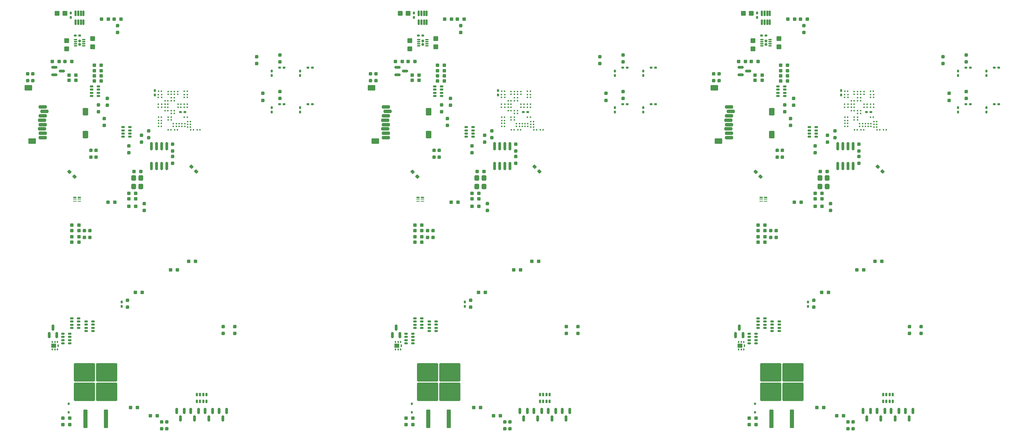
<source format=gbp>
%TF.GenerationSoftware,KiCad,Pcbnew,8.0.3*%
%TF.CreationDate,2024-06-20T22:05:58-07:00*%
%TF.ProjectId,squishy-main-panel,73717569-7368-4792-9d6d-61696e2d7061,2*%
%TF.SameCoordinates,PX102721c0PY8e19cec*%
%TF.FileFunction,Paste,Bot*%
%TF.FilePolarity,Positive*%
%FSLAX46Y46*%
G04 Gerber Fmt 4.6, Leading zero omitted, Abs format (unit mm)*
G04 Created by KiCad (PCBNEW 8.0.3) date 2024-06-20 22:05:58*
%MOMM*%
%LPD*%
G01*
G04 APERTURE LIST*
G04 Aperture macros list*
%AMRoundRect*
0 Rectangle with rounded corners*
0 $1 Rounding radius*
0 $2 $3 $4 $5 $6 $7 $8 $9 X,Y pos of 4 corners*
0 Add a 4 corners polygon primitive as box body*
4,1,4,$2,$3,$4,$5,$6,$7,$8,$9,$2,$3,0*
0 Add four circle primitives for the rounded corners*
1,1,$1+$1,$2,$3*
1,1,$1+$1,$4,$5*
1,1,$1+$1,$6,$7*
1,1,$1+$1,$8,$9*
0 Add four rect primitives between the rounded corners*
20,1,$1+$1,$2,$3,$4,$5,0*
20,1,$1+$1,$4,$5,$6,$7,0*
20,1,$1+$1,$6,$7,$8,$9,0*
20,1,$1+$1,$8,$9,$2,$3,0*%
G04 Aperture macros list end*
%ADD10C,0.500000*%
%ADD11RoundRect,0.200000X0.250000X0.200000X-0.250000X0.200000X-0.250000X-0.200000X0.250000X-0.200000X0*%
%ADD12RoundRect,0.079500X0.100500X-0.079500X0.100500X0.079500X-0.100500X0.079500X-0.100500X-0.079500X0*%
%ADD13RoundRect,0.200000X-0.318198X0.035355X0.035355X-0.318198X0.318198X-0.035355X-0.035355X0.318198X0*%
%ADD14RoundRect,0.200400X-0.399600X0.399600X-0.399600X-0.399600X0.399600X-0.399600X0.399600X0.399600X0*%
%ADD15RoundRect,0.200000X-0.250000X-0.200000X0.250000X-0.200000X0.250000X0.200000X-0.250000X0.200000X0*%
%ADD16RoundRect,0.200000X0.200000X-0.250000X0.200000X0.250000X-0.200000X0.250000X-0.200000X-0.250000X0*%
%ADD17RoundRect,0.125000X0.175000X0.125000X-0.175000X0.125000X-0.175000X-0.125000X0.175000X-0.125000X0*%
%ADD18RoundRect,0.200000X-0.200000X0.250000X-0.200000X-0.250000X0.200000X-0.250000X0.200000X0.250000X0*%
%ADD19RoundRect,0.079500X0.079500X0.100500X-0.079500X0.100500X-0.079500X-0.100500X0.079500X-0.100500X0*%
%ADD20RoundRect,0.150000X-0.587500X-0.150000X0.587500X-0.150000X0.587500X0.150000X-0.587500X0.150000X0*%
%ADD21RoundRect,0.150000X0.150000X-0.587500X0.150000X0.587500X-0.150000X0.587500X-0.150000X-0.587500X0*%
%ADD22RoundRect,0.125000X0.125000X-0.175000X0.125000X0.175000X-0.125000X0.175000X-0.125000X-0.175000X0*%
%ADD23RoundRect,0.079500X-0.100500X0.079500X-0.100500X-0.079500X0.100500X-0.079500X0.100500X0.079500X0*%
%ADD24RoundRect,0.150000X-0.150000X0.587500X-0.150000X-0.587500X0.150000X-0.587500X0.150000X0.587500X0*%
%ADD25RoundRect,0.087500X-0.087500X0.127500X-0.087500X-0.127500X0.087500X-0.127500X0.087500X0.127500X0*%
%ADD26RoundRect,0.250000X-0.375000X0.300000X-0.375000X-0.300000X0.375000X-0.300000X0.375000X0.300000X0*%
%ADD27RoundRect,0.087500X-0.087500X0.242500X-0.087500X-0.242500X0.087500X-0.242500X0.087500X0.242500X0*%
%ADD28RoundRect,0.150000X0.150000X-0.825000X0.150000X0.825000X-0.150000X0.825000X-0.150000X-0.825000X0*%
%ADD29RoundRect,0.112500X-0.112500X0.187500X-0.112500X-0.187500X0.112500X-0.187500X0.112500X0.187500X0*%
%ADD30RoundRect,0.125000X-0.125000X0.175000X-0.125000X-0.175000X0.125000X-0.175000X0.125000X0.175000X0*%
%ADD31RoundRect,0.079500X-0.079500X-0.100500X0.079500X-0.100500X0.079500X0.100500X-0.079500X0.100500X0*%
%ADD32RoundRect,0.125000X-0.325000X-0.125000X0.325000X-0.125000X0.325000X0.125000X-0.325000X0.125000X0*%
%ADD33RoundRect,0.062500X0.337500X-0.062500X0.337500X0.062500X-0.337500X0.062500X-0.337500X-0.062500X0*%
%ADD34RoundRect,0.087500X0.312500X-0.087500X0.312500X0.087500X-0.312500X0.087500X-0.312500X-0.087500X0*%
%ADD35RoundRect,0.200400X-0.399600X-0.399600X0.399600X-0.399600X0.399600X0.399600X-0.399600X0.399600X0*%
%ADD36RoundRect,0.200000X0.800000X-0.200000X0.800000X0.200000X-0.800000X0.200000X-0.800000X-0.200000X0*%
%ADD37RoundRect,0.250000X0.450000X-0.650000X0.450000X0.650000X-0.450000X0.650000X-0.450000X-0.650000X0*%
%ADD38RoundRect,0.250000X0.700000X-0.450000X0.700000X0.450000X-0.700000X0.450000X-0.700000X-0.450000X0*%
%ADD39RoundRect,0.075000X0.325000X0.075000X-0.325000X0.075000X-0.325000X-0.075000X0.325000X-0.075000X0*%
%ADD40RoundRect,0.112500X0.112500X-0.550000X0.112500X0.550000X-0.112500X0.550000X-0.112500X-0.550000X0*%
%ADD41RoundRect,0.125000X0.125000X-0.325000X0.125000X0.325000X-0.125000X0.325000X-0.125000X-0.325000X0*%
%ADD42RoundRect,0.250000X-0.350000X0.400000X-0.350000X-0.400000X0.350000X-0.400000X0.350000X0.400000X0*%
%ADD43RoundRect,0.250000X0.300000X-2.050000X0.300000X2.050000X-0.300000X2.050000X-0.300000X-2.050000X0*%
%ADD44RoundRect,0.250000X2.375000X-2.025000X2.375000X2.025000X-2.375000X2.025000X-2.375000X-2.025000X0*%
%ADD45RoundRect,0.125000X0.325000X0.125000X-0.325000X0.125000X-0.325000X-0.125000X0.325000X-0.125000X0*%
G04 APERTURE END LIST*
D10*
%TO.C,U19*%
X-60500000Y105127000D02*
X-60700000Y105127000D01*
X-60700000Y105302000D01*
X-60500000Y105302000D01*
X-60500000Y105127000D01*
G36*
X-60500000Y105127000D02*
G01*
X-60700000Y105127000D01*
X-60700000Y105302000D01*
X-60500000Y105302000D01*
X-60500000Y105127000D01*
G37*
X-60500000Y104302000D02*
X-60700000Y104302000D01*
X-60700000Y104477000D01*
X-60500000Y104477000D01*
X-60500000Y104302000D01*
G36*
X-60500000Y104302000D02*
G01*
X-60700000Y104302000D01*
X-60700000Y104477000D01*
X-60500000Y104477000D01*
X-60500000Y104302000D01*
G37*
X-145500000Y105127000D02*
X-145700000Y105127000D01*
X-145700000Y105302000D01*
X-145500000Y105302000D01*
X-145500000Y105127000D01*
G36*
X-145500000Y105127000D02*
G01*
X-145700000Y105127000D01*
X-145700000Y105302000D01*
X-145500000Y105302000D01*
X-145500000Y105127000D01*
G37*
X-145500000Y104302000D02*
X-145700000Y104302000D01*
X-145700000Y104477000D01*
X-145500000Y104477000D01*
X-145500000Y104302000D01*
G36*
X-145500000Y104302000D02*
G01*
X-145700000Y104302000D01*
X-145700000Y104477000D01*
X-145500000Y104477000D01*
X-145500000Y104302000D01*
G37*
X-230500000Y105127000D02*
X-230700000Y105127000D01*
X-230700000Y105302000D01*
X-230500000Y105302000D01*
X-230500000Y105127000D01*
G36*
X-230500000Y105127000D02*
G01*
X-230700000Y105127000D01*
X-230700000Y105302000D01*
X-230500000Y105302000D01*
X-230500000Y105127000D01*
G37*
X-230500000Y104302000D02*
X-230700000Y104302000D01*
X-230700000Y104477000D01*
X-230500000Y104477000D01*
X-230500000Y104302000D01*
G36*
X-230500000Y104302000D02*
G01*
X-230700000Y104302000D01*
X-230700000Y104477000D01*
X-230500000Y104477000D01*
X-230500000Y104302000D01*
G37*
%TD*%
D11*
%TO.C,C6*%
X-126350000Y12402000D03*
X-128050000Y12402000D03*
%TD*%
D12*
%TO.C,C106*%
X-123700000Y85657000D03*
X-123700000Y86347000D03*
%TD*%
D13*
%TO.C,C22*%
X-233101041Y72803041D03*
X-231898959Y71600959D03*
%TD*%
D14*
%TO.C,R53*%
X-148800000Y105302000D03*
X-148800000Y103302000D03*
%TD*%
D15*
%TO.C,C16*%
X-232500000Y56727000D03*
X-230800000Y56727000D03*
%TD*%
D16*
%TO.C,R32*%
X-125300000Y9152000D03*
X-125300000Y10852000D03*
%TD*%
D17*
%TO.C,C96*%
X-230600000Y106602000D03*
X-231700000Y106602000D03*
%TD*%
D12*
%TO.C,C105*%
X-37900000Y85657000D03*
X-37900000Y86347000D03*
%TD*%
D18*
%TO.C,C92*%
X-59400000Y58277001D03*
X-59400000Y56577001D03*
%TD*%
D12*
%TO.C,C84*%
X-36650000Y84057000D03*
X-36650000Y84747000D03*
%TD*%
D19*
%TO.C,C51*%
X-208755000Y89602000D03*
X-209445000Y89602000D03*
%TD*%
D18*
%TO.C,R41*%
X-157200000Y97152000D03*
X-157200000Y95452000D03*
%TD*%
D11*
%TO.C,R17*%
X-215100000Y42902000D03*
X-216800000Y42902000D03*
%TD*%
D20*
%TO.C,Q9*%
X-236837500Y96852000D03*
X-236837500Y98752000D03*
X-234962499Y97802000D03*
%TD*%
D18*
%TO.C,C80*%
X-73500000Y97152000D03*
X-73500000Y95452000D03*
%TD*%
D21*
%TO.C,Q8*%
X-151249999Y32364500D03*
X-153149999Y32364500D03*
X-152199999Y34239500D03*
%TD*%
D16*
%TO.C,R40*%
X-124000000Y9152000D03*
X-124000000Y10852000D03*
%TD*%
D18*
%TO.C,R68*%
X-101700000Y101352000D03*
X-101700000Y99652000D03*
%TD*%
D22*
%TO.C,C36*%
X-183000000Y87652000D03*
X-183000000Y88752000D03*
%TD*%
D23*
%TO.C,C74*%
X-33900000Y89547000D03*
X-33900000Y88857000D03*
%TD*%
D18*
%TO.C,R70*%
X-223700000Y91052000D03*
X-223700000Y89352000D03*
%TD*%
D15*
%TO.C,C91*%
X-147500000Y59627000D03*
X-145800000Y59627000D03*
%TD*%
%TO.C,C14*%
X-48400000Y64252000D03*
X-46700000Y64252000D03*
%TD*%
D17*
%TO.C,C2*%
X-94950000Y98602000D03*
X-96050000Y98602000D03*
%TD*%
D18*
%TO.C,C1*%
X-54500000Y86052000D03*
X-54500000Y84352000D03*
%TD*%
D12*
%TO.C,C52*%
X-37900000Y90457000D03*
X-37900000Y91147000D03*
%TD*%
D16*
%TO.C,R73*%
X-128500000Y81252000D03*
X-128500000Y82952000D03*
%TD*%
D12*
%TO.C,C76*%
X-37900000Y92057000D03*
X-37900000Y92747000D03*
%TD*%
D23*
%TO.C,C77*%
X-34700000Y89547000D03*
X-34700000Y88857000D03*
%TD*%
D16*
%TO.C,R40*%
X-209000000Y9152000D03*
X-209000000Y10852000D03*
%TD*%
D24*
%TO.C,Q4*%
X-114550000Y13539499D03*
X-112650000Y13539499D03*
X-113600000Y11664499D03*
%TD*%
D19*
%TO.C,C70*%
X-208755000Y88002000D03*
X-209445000Y88002000D03*
%TD*%
D12*
%TO.C,C69*%
X-122100000Y90457000D03*
X-122100000Y91147000D03*
%TD*%
D16*
%TO.C,R1*%
X-218400000Y77552000D03*
X-218400000Y79252000D03*
%TD*%
D20*
%TO.C,Q9*%
X-66837500Y96852000D03*
X-66837500Y98752000D03*
X-64962499Y97802000D03*
%TD*%
D22*
%TO.C,C64*%
X-126950000Y91852000D03*
X-126950000Y92952000D03*
%TD*%
D11*
%TO.C,C95*%
X-148050000Y10202000D03*
X-149750000Y10202000D03*
%TD*%
D15*
%TO.C,C49*%
X-147500000Y55377000D03*
X-145800000Y55377000D03*
%TD*%
%TO.C,C91*%
X-62500000Y59627000D03*
X-60800000Y59627000D03*
%TD*%
D18*
%TO.C,R67*%
X-96000000Y92752000D03*
X-96000000Y91052000D03*
%TD*%
D23*
%TO.C,C103*%
X-125300000Y91947000D03*
X-125300000Y91257000D03*
%TD*%
D25*
%TO.C,Q6*%
X-151700000Y30637001D03*
X-152350000Y30637001D03*
D26*
X-151985000Y29702001D03*
D25*
X-151700000Y28767001D03*
X-152350000Y28767001D03*
X-151050000Y30637001D03*
D27*
X-150925000Y29702001D03*
D25*
X-151050000Y28767001D03*
%TD*%
D24*
%TO.C,Q3*%
X-36550001Y13539500D03*
X-34650001Y13539500D03*
X-35600001Y11664500D03*
%TD*%
D23*
%TO.C,C65*%
X-207100000Y87947000D03*
X-207100000Y87257000D03*
%TD*%
D28*
%TO.C,U18*%
X-208995000Y74227000D03*
X-210265000Y74227000D03*
X-211535000Y74227000D03*
X-212805000Y74227000D03*
X-212805000Y79177000D03*
X-211535000Y79177000D03*
X-210265000Y79177000D03*
X-208995000Y79177000D03*
%TD*%
D21*
%TO.C,Q8*%
X-236249999Y32364500D03*
X-238149999Y32364500D03*
X-237199999Y34239500D03*
%TD*%
D15*
%TO.C,C49*%
X-62500000Y55377000D03*
X-60800000Y55377000D03*
%TD*%
D22*
%TO.C,R3*%
X-50200000Y39451999D03*
X-50200000Y40551999D03*
%TD*%
D29*
%TO.C,D13*%
X-233300000Y15352000D03*
X-233300000Y13252000D03*
%TD*%
D11*
%TO.C,R47*%
X-63050001Y11752001D03*
X-64750001Y11752001D03*
%TD*%
D17*
%TO.C,C35*%
X-172950000Y89602000D03*
X-174050000Y89602000D03*
%TD*%
D30*
%TO.C,C97*%
X-147800000Y112152000D03*
X-147800000Y111052000D03*
%TD*%
D31*
%TO.C,C109*%
X-118045000Y83202000D03*
X-117355000Y83202000D03*
%TD*%
D12*
%TO.C,C82*%
X-205250000Y84057000D03*
X-205250000Y84747000D03*
%TD*%
D11*
%TO.C,R43*%
X-121350000Y48502001D03*
X-123050000Y48502001D03*
%TD*%
D23*
%TO.C,C79*%
X-33900000Y91947000D03*
X-33900000Y91257000D03*
%TD*%
D12*
%TO.C,C75*%
X-206300000Y92057000D03*
X-206300000Y92747000D03*
%TD*%
D11*
%TO.C,C88*%
X-116850000Y50601999D03*
X-118550000Y50601999D03*
%TD*%
D23*
%TO.C,C74*%
X-118900000Y89547000D03*
X-118900000Y88857000D03*
%TD*%
D29*
%TO.C,D13*%
X-63300000Y15352000D03*
X-63300000Y13252000D03*
%TD*%
D23*
%TO.C,C77*%
X-204700000Y89547000D03*
X-204700000Y88857000D03*
%TD*%
D28*
%TO.C,U18*%
X-123995000Y74227000D03*
X-125265000Y74227000D03*
X-126535000Y74227000D03*
X-127805000Y74227000D03*
X-127805000Y79177000D03*
X-126535000Y79177000D03*
X-125265000Y79177000D03*
X-123995000Y79177000D03*
%TD*%
D18*
%TO.C,C20*%
X-142800000Y78152000D03*
X-142800000Y76452000D03*
%TD*%
D31*
%TO.C,C53*%
X-36245000Y89602000D03*
X-35555000Y89602000D03*
%TD*%
D18*
%TO.C,R28*%
X-55900000Y89452000D03*
X-55900000Y87752000D03*
%TD*%
D32*
%TO.C,R50*%
X-234750000Y30302000D03*
X-233050000Y30302000D03*
X-234750000Y31102000D03*
X-233050000Y31102000D03*
X-234750000Y31902000D03*
X-233050000Y31902000D03*
X-234750000Y32702000D03*
X-233050000Y32702000D03*
%TD*%
D12*
%TO.C,C81*%
X-204550000Y84057000D03*
X-204550000Y84747000D03*
%TD*%
D19*
%TO.C,C57*%
X-203155000Y85302000D03*
X-203845000Y85302000D03*
%TD*%
D33*
%TO.C,U7*%
X-146750000Y65502000D03*
X-146750000Y66002000D03*
D34*
X-146750000Y66502000D03*
X-145650000Y66502000D03*
D33*
X-145650000Y66002000D03*
X-145650000Y65502000D03*
%TD*%
D11*
%TO.C,C13*%
X-46700000Y66152000D03*
X-48400000Y66152000D03*
%TD*%
D35*
%TO.C,FB3*%
X-236200000Y112102000D03*
X-234200000Y112102000D03*
%TD*%
D15*
%TO.C,R63*%
X-63250000Y96802000D03*
X-61550000Y96802000D03*
%TD*%
D17*
%TO.C,C71*%
X-119550000Y87602000D03*
X-120650000Y87602000D03*
%TD*%
D15*
%TO.C,C16*%
X-62500000Y56727000D03*
X-60800000Y56727000D03*
%TD*%
D11*
%TO.C,R17*%
X-45100000Y42902000D03*
X-46800000Y42902000D03*
%TD*%
D24*
%TO.C,Q5*%
X-196050001Y13539498D03*
X-194150001Y13539498D03*
X-195100001Y11664498D03*
%TD*%
D22*
%TO.C,C4*%
X-13000000Y96652000D03*
X-13000000Y97752000D03*
%TD*%
D11*
%TO.C,R47*%
X-148050001Y11752001D03*
X-149750001Y11752001D03*
%TD*%
%TO.C,R10*%
X-131700000Y67502000D03*
X-133400000Y67502000D03*
%TD*%
D19*
%TO.C,C66*%
X-38755000Y88802000D03*
X-39445000Y88802000D03*
%TD*%
D17*
%TO.C,C96*%
X-60600000Y106602000D03*
X-61700000Y106602000D03*
%TD*%
D15*
%TO.C,C49*%
X-232500000Y55377000D03*
X-230800000Y55377000D03*
%TD*%
D31*
%TO.C,C63*%
X-204645000Y92802000D03*
X-203955000Y92802000D03*
%TD*%
D16*
%TO.C,R64*%
X-221200000Y107352000D03*
X-221200000Y109052000D03*
%TD*%
D24*
%TO.C,Q3*%
X-206550001Y13539500D03*
X-204650001Y13539500D03*
X-205600001Y11664500D03*
%TD*%
D12*
%TO.C,C76*%
X-122900000Y92057000D03*
X-122900000Y92747000D03*
%TD*%
D23*
%TO.C,C104*%
X-210300000Y89547000D03*
X-210300000Y88857000D03*
%TD*%
D31*
%TO.C,C109*%
X-33045000Y83202000D03*
X-32355000Y83202000D03*
%TD*%
D36*
%TO.C,J6*%
X-69725000Y88942000D03*
X-69325000Y87842000D03*
X-69725000Y86742000D03*
X-69925000Y85642000D03*
X-69725000Y84542000D03*
X-69925000Y83442000D03*
X-69725000Y82342000D03*
X-69725000Y81242000D03*
D37*
X-59175000Y82052000D03*
X-59175000Y87752000D03*
D38*
X-72325000Y80452000D03*
X-73325000Y93602000D03*
%TD*%
D25*
%TO.C,Q6*%
X-236700000Y30637001D03*
X-237350000Y30637001D03*
D26*
X-236985000Y29702001D03*
D25*
X-236700000Y28767001D03*
X-237350000Y28767001D03*
X-236050000Y30637001D03*
D27*
X-235925000Y29702001D03*
D25*
X-236050000Y28767001D03*
%TD*%
D11*
%TO.C,C88*%
X-201850000Y50601999D03*
X-203550000Y50601999D03*
%TD*%
D15*
%TO.C,C15*%
X-217150000Y72902000D03*
X-215450000Y72902000D03*
%TD*%
D11*
%TO.C,R43*%
X-36350000Y48502001D03*
X-38050000Y48502001D03*
%TD*%
D13*
%TO.C,C18*%
X-202901041Y74103041D03*
X-201698959Y72900959D03*
%TD*%
D19*
%TO.C,C108*%
X-115755000Y83202000D03*
X-116445000Y83202000D03*
%TD*%
D15*
%TO.C,R77*%
X-141950000Y95302000D03*
X-140250000Y95302000D03*
%TD*%
D16*
%TO.C,R73*%
X-43500000Y81252000D03*
X-43500000Y82952000D03*
%TD*%
D22*
%TO.C,C5*%
X-176000000Y96652001D03*
X-176000000Y97752001D03*
%TD*%
%TO.C,C64*%
X-41950000Y91852000D03*
X-41950000Y92952000D03*
%TD*%
D11*
%TO.C,C11*%
X-51850000Y65252001D03*
X-53550000Y65252001D03*
%TD*%
D15*
%TO.C,C93*%
X-232500000Y58277000D03*
X-230800000Y58277000D03*
%TD*%
D16*
%TO.C,R1*%
X-48400000Y77552000D03*
X-48400000Y79252000D03*
%TD*%
D39*
%TO.C,U19*%
X-59600000Y105552000D03*
X-59600000Y105052000D03*
X-59600000Y104552000D03*
X-59600000Y104052000D03*
X-61600000Y104052000D03*
X-61600000Y104552000D03*
X-61600000Y105052000D03*
X-61600000Y105552000D03*
%TD*%
D22*
%TO.C,C5*%
X-91000000Y96652001D03*
X-91000000Y97752001D03*
%TD*%
D18*
%TO.C,R67*%
X-181000000Y92752000D03*
X-181000000Y91052000D03*
%TD*%
D12*
%TO.C,C52*%
X-122900000Y90457000D03*
X-122900000Y91147000D03*
%TD*%
D36*
%TO.C,J6*%
X-239725000Y88942000D03*
X-239325000Y87842000D03*
X-239725000Y86742000D03*
X-239925000Y85642000D03*
X-239725000Y84542000D03*
X-239925000Y83442000D03*
X-239725000Y82342000D03*
X-239725000Y81242000D03*
D37*
X-229175000Y82052000D03*
X-229175000Y87752000D03*
D38*
X-242325000Y80452000D03*
X-243325000Y93602000D03*
%TD*%
D11*
%TO.C,C11*%
X-136850000Y65252001D03*
X-138550000Y65252001D03*
%TD*%
D15*
%TO.C,R51*%
X-149250000Y100202000D03*
X-147550000Y100202000D03*
%TD*%
%TO.C,R63*%
X-233250000Y96802000D03*
X-231550000Y96802000D03*
%TD*%
D35*
%TO.C,FB3*%
X-66200000Y112102000D03*
X-64200000Y112102000D03*
%TD*%
D15*
%TO.C,R61*%
X-152350000Y100202000D03*
X-150650000Y100202000D03*
%TD*%
D25*
%TO.C,Q6*%
X-66700000Y30637001D03*
X-67350000Y30637001D03*
D26*
X-66985000Y29702001D03*
D25*
X-66700000Y28767001D03*
X-67350000Y28767001D03*
X-66050000Y30637001D03*
D27*
X-65925000Y29702001D03*
D25*
X-66050000Y28767001D03*
%TD*%
D23*
%TO.C,C78*%
X-204700000Y91947000D03*
X-204700000Y91257000D03*
%TD*%
D11*
%TO.C,C6*%
X-41350000Y12402000D03*
X-43050000Y12402000D03*
%TD*%
D23*
%TO.C,C65*%
X-37100000Y87947000D03*
X-37100000Y87257000D03*
%TD*%
D22*
%TO.C,C37*%
X-6000000Y87652001D03*
X-6000000Y88752001D03*
%TD*%
D19*
%TO.C,C56*%
X-125355000Y84802000D03*
X-126045000Y84802000D03*
%TD*%
D15*
%TO.C,R65*%
X-218000000Y14402000D03*
X-216300000Y14402000D03*
%TD*%
D18*
%TO.C,C7*%
X-207550000Y79702000D03*
X-207550000Y78002000D03*
%TD*%
D15*
%TO.C,R61*%
X-237350000Y100202000D03*
X-235650000Y100202000D03*
%TD*%
D31*
%TO.C,C111*%
X-123645000Y83202000D03*
X-122955000Y83202000D03*
%TD*%
D18*
%TO.C,R70*%
X-53700000Y91052000D03*
X-53700000Y89352000D03*
%TD*%
D16*
%TO.C,C17*%
X-58050000Y56577000D03*
X-58050000Y58277000D03*
%TD*%
D18*
%TO.C,R37*%
X-37550000Y76602000D03*
X-37550000Y74902000D03*
%TD*%
D16*
%TO.C,C17*%
X-143050000Y56577000D03*
X-143050000Y58277000D03*
%TD*%
%TO.C,R73*%
X-213500000Y81252000D03*
X-213500000Y82952000D03*
%TD*%
D32*
%TO.C,R14*%
X-134850000Y81502000D03*
X-133150000Y81502000D03*
X-134850000Y82302000D03*
X-133150000Y82302000D03*
X-134850000Y83102000D03*
X-133150000Y83102000D03*
X-134850000Y83902000D03*
X-133150000Y83902000D03*
%TD*%
D20*
%TO.C,Q9*%
X-151837500Y96852000D03*
X-151837500Y98752000D03*
X-149962499Y97802000D03*
%TD*%
D16*
%TO.C,C17*%
X-228050000Y56577000D03*
X-228050000Y58277000D03*
%TD*%
D18*
%TO.C,C92*%
X-144400000Y58277001D03*
X-144400000Y56577001D03*
%TD*%
D16*
%TO.C,C12*%
X-44550000Y63227000D03*
X-44550000Y64927000D03*
%TD*%
D15*
%TO.C,R75*%
X-141950000Y96602000D03*
X-140250000Y96602000D03*
%TD*%
D11*
%TO.C,R49*%
X-135350000Y110702000D03*
X-137050000Y110702000D03*
%TD*%
D31*
%TO.C,C61*%
X-34645000Y86402000D03*
X-33955000Y86402000D03*
%TD*%
D40*
%TO.C,U22*%
X-229625000Y109864500D03*
X-230275000Y109864500D03*
X-230925000Y109864500D03*
X-231575000Y109864500D03*
X-231575000Y112139500D03*
X-230925000Y112139500D03*
X-230275000Y112139500D03*
X-229625000Y112139500D03*
%TD*%
D15*
%TO.C,R51*%
X-234250000Y100202000D03*
X-232550000Y100202000D03*
%TD*%
D11*
%TO.C,C13*%
X-216700000Y66152000D03*
X-218400000Y66152000D03*
%TD*%
D14*
%TO.C,R53*%
X-233800000Y105302000D03*
X-233800000Y103302000D03*
%TD*%
D41*
%TO.C,R35*%
X-29150001Y15951999D03*
X-29150001Y17651999D03*
X-29950001Y15951999D03*
X-29950001Y17651999D03*
X-30750001Y15951999D03*
X-30750001Y17651999D03*
X-31550001Y15951999D03*
X-31550001Y17651999D03*
%TD*%
D18*
%TO.C,C46*%
X-110050000Y34482500D03*
X-110050000Y32782500D03*
%TD*%
D12*
%TO.C,C105*%
X-122900000Y85657000D03*
X-122900000Y86347000D03*
%TD*%
D15*
%TO.C,R75*%
X-226950000Y96602000D03*
X-225250000Y96602000D03*
%TD*%
D32*
%TO.C,R50*%
X-149750000Y30302000D03*
X-148050000Y30302000D03*
X-149750000Y31102000D03*
X-148050000Y31102000D03*
X-149750000Y31902000D03*
X-148050000Y31902000D03*
X-149750000Y32702000D03*
X-148050000Y32702000D03*
%TD*%
D19*
%TO.C,C62*%
X-210355000Y86402000D03*
X-211045000Y86402000D03*
%TD*%
D35*
%TO.C,FB3*%
X-151200000Y112102000D03*
X-149200000Y112102000D03*
%TD*%
D31*
%TO.C,C68*%
X-36245000Y88802000D03*
X-35555000Y88802000D03*
%TD*%
D13*
%TO.C,C22*%
X-63101041Y72803041D03*
X-61898959Y71600959D03*
%TD*%
D15*
%TO.C,R63*%
X-148250000Y96802000D03*
X-146550000Y96802000D03*
%TD*%
D23*
%TO.C,C72*%
X-41100000Y89547000D03*
X-41100000Y88857000D03*
%TD*%
D19*
%TO.C,C50*%
X-208755000Y90402000D03*
X-209445000Y90402000D03*
%TD*%
D17*
%TO.C,C3*%
X-172950000Y98602000D03*
X-174050000Y98602000D03*
%TD*%
D22*
%TO.C,C4*%
X-183000000Y96652000D03*
X-183000000Y97752000D03*
%TD*%
D23*
%TO.C,C77*%
X-119700000Y89547000D03*
X-119700000Y88857000D03*
%TD*%
D16*
%TO.C,R32*%
X-210300000Y9152000D03*
X-210300000Y10852000D03*
%TD*%
D18*
%TO.C,C19*%
X-56500000Y78152000D03*
X-56500000Y76452000D03*
%TD*%
D14*
%TO.C,R52*%
X-142400000Y105802000D03*
X-142400000Y103802000D03*
%TD*%
D18*
%TO.C,R69*%
X-185200000Y92252000D03*
X-185200000Y90552000D03*
%TD*%
D16*
%TO.C,R64*%
X-136200000Y107352000D03*
X-136200000Y109052000D03*
%TD*%
D31*
%TO.C,C61*%
X-204645000Y86402000D03*
X-203955000Y86402000D03*
%TD*%
D22*
%TO.C,C64*%
X-211950000Y91852000D03*
X-211950000Y92952000D03*
%TD*%
D11*
%TO.C,R10*%
X-216700000Y67502000D03*
X-218400000Y67502000D03*
%TD*%
D12*
%TO.C,C102*%
X-207100000Y92057000D03*
X-207100000Y92747000D03*
%TD*%
D13*
%TO.C,C22*%
X-148101041Y72803041D03*
X-146898959Y71600959D03*
%TD*%
D31*
%TO.C,C63*%
X-34645000Y92802000D03*
X-33955000Y92802000D03*
%TD*%
D23*
%TO.C,C103*%
X-210300000Y91947000D03*
X-210300000Y91257000D03*
%TD*%
D42*
%TO.C,X2*%
X-45400000Y71252000D03*
X-45400000Y69152000D03*
X-47200000Y69152000D03*
X-47200000Y71252000D03*
%TD*%
D22*
%TO.C,R3*%
X-135200000Y39451999D03*
X-135200000Y40551999D03*
%TD*%
D18*
%TO.C,R69*%
X-15200000Y92252000D03*
X-15200000Y90552000D03*
%TD*%
D32*
%TO.C,R46*%
X-147550001Y34102000D03*
X-145850001Y34102000D03*
X-147550001Y34902000D03*
X-145850001Y34902000D03*
X-147550001Y35702000D03*
X-145850001Y35702000D03*
X-147550001Y36502000D03*
X-145850001Y36502000D03*
%TD*%
D18*
%TO.C,C1*%
X-224500000Y86052000D03*
X-224500000Y84352000D03*
%TD*%
D12*
%TO.C,C85*%
X-35950000Y84057000D03*
X-35950000Y84747000D03*
%TD*%
D19*
%TO.C,C62*%
X-40355000Y86402000D03*
X-41045000Y86402000D03*
%TD*%
D16*
%TO.C,C24*%
X-48700000Y39301999D03*
X-48700000Y41001999D03*
%TD*%
D15*
%TO.C,R77*%
X-226950000Y95302000D03*
X-225250000Y95302000D03*
%TD*%
D41*
%TO.C,R35*%
X-114150001Y15951999D03*
X-114150001Y17651999D03*
X-114950001Y15951999D03*
X-114950001Y17651999D03*
X-115750001Y15951999D03*
X-115750001Y17651999D03*
X-116550001Y15951999D03*
X-116550001Y17651999D03*
%TD*%
D19*
%TO.C,C58*%
X-118155000Y83902000D03*
X-118845000Y83902000D03*
%TD*%
D17*
%TO.C,C34*%
X-179950000Y89602000D03*
X-181050000Y89602000D03*
%TD*%
D12*
%TO.C,C84*%
X-121650000Y84057000D03*
X-121650000Y84747000D03*
%TD*%
D19*
%TO.C,C50*%
X-38755000Y90402000D03*
X-39445000Y90402000D03*
%TD*%
%TO.C,C62*%
X-125355000Y86402000D03*
X-126045000Y86402000D03*
%TD*%
D16*
%TO.C,C12*%
X-129550000Y63227000D03*
X-129550000Y64927000D03*
%TD*%
D39*
%TO.C,U19*%
X-144600000Y105552000D03*
X-144600000Y105052000D03*
X-144600000Y104552000D03*
X-144600000Y104052000D03*
X-146600000Y104052000D03*
X-146600000Y104552000D03*
X-146600000Y105052000D03*
X-146600000Y105552000D03*
%TD*%
D15*
%TO.C,R62*%
X-148250000Y95502000D03*
X-146550000Y95502000D03*
%TD*%
D19*
%TO.C,C57*%
X-33155000Y85302000D03*
X-33845000Y85302000D03*
%TD*%
D30*
%TO.C,C97*%
X-62800000Y112152000D03*
X-62800000Y111052000D03*
%TD*%
D22*
%TO.C,C5*%
X-6000000Y96652001D03*
X-6000000Y97752001D03*
%TD*%
D19*
%TO.C,C56*%
X-40355000Y84802000D03*
X-41045000Y84802000D03*
%TD*%
D18*
%TO.C,R72*%
X-215300000Y81852000D03*
X-215300000Y80152000D03*
%TD*%
D36*
%TO.C,J6*%
X-154725000Y88942000D03*
X-154325000Y87842000D03*
X-154725000Y86742000D03*
X-154925000Y85642000D03*
X-154725000Y84542000D03*
X-154925000Y83442000D03*
X-154725000Y82342000D03*
X-154725000Y81242000D03*
D37*
X-144175000Y82052000D03*
X-144175000Y87752000D03*
D38*
X-157325000Y80452000D03*
X-158325000Y93602000D03*
%TD*%
D16*
%TO.C,R40*%
X-39000000Y9152000D03*
X-39000000Y10852000D03*
%TD*%
D19*
%TO.C,C51*%
X-123755000Y89602000D03*
X-124445000Y89602000D03*
%TD*%
D12*
%TO.C,C81*%
X-34550000Y84057000D03*
X-34550000Y84747000D03*
%TD*%
D19*
%TO.C,C66*%
X-208755000Y88802000D03*
X-209445000Y88802000D03*
%TD*%
D15*
%TO.C,C93*%
X-147500000Y58277000D03*
X-145800000Y58277000D03*
%TD*%
D32*
%TO.C,R48*%
X-229015000Y33337000D03*
X-227315000Y33337000D03*
X-229015000Y34137000D03*
X-227315000Y34137000D03*
X-229015000Y34937000D03*
X-227315000Y34937000D03*
X-229015000Y35737000D03*
X-227315000Y35737000D03*
%TD*%
D18*
%TO.C,R37*%
X-122550000Y76602000D03*
X-122550000Y74902000D03*
%TD*%
%TO.C,R28*%
X-140900000Y89452000D03*
X-140900000Y87752000D03*
%TD*%
D23*
%TO.C,C73*%
X-211100000Y91947000D03*
X-211100000Y91257000D03*
%TD*%
D19*
%TO.C,C70*%
X-38755000Y88002000D03*
X-39445000Y88002000D03*
%TD*%
D18*
%TO.C,R41*%
X-72200000Y97152000D03*
X-72200000Y95452000D03*
%TD*%
D21*
%TO.C,Q8*%
X-66249999Y32364500D03*
X-68149999Y32364500D03*
X-67199999Y34239500D03*
%TD*%
D12*
%TO.C,C83*%
X-207350000Y84057000D03*
X-207350000Y84747000D03*
%TD*%
D19*
%TO.C,C60*%
X-125355000Y92802000D03*
X-126045000Y92802000D03*
%TD*%
D32*
%TO.C,R14*%
X-219850000Y81502000D03*
X-218150000Y81502000D03*
X-219850000Y82302000D03*
X-218150000Y82302000D03*
X-219850000Y83102000D03*
X-218150000Y83102000D03*
X-219850000Y83902000D03*
X-218150000Y83902000D03*
%TD*%
D13*
%TO.C,C18*%
X-32901041Y74103041D03*
X-31698959Y72900959D03*
%TD*%
D23*
%TO.C,C79*%
X-203900000Y91947000D03*
X-203900000Y91257000D03*
%TD*%
D14*
%TO.C,R52*%
X-227400000Y105802000D03*
X-227400000Y103802000D03*
%TD*%
D11*
%TO.C,R43*%
X-206350000Y48502001D03*
X-208050000Y48502001D03*
%TD*%
D23*
%TO.C,C65*%
X-122100000Y87947000D03*
X-122100000Y87257000D03*
%TD*%
D43*
%TO.C,D14*%
X-224110000Y11577000D03*
D44*
X-229425000Y18302000D03*
X-223875000Y18302000D03*
X-229425000Y23152000D03*
X-223875000Y23152000D03*
D43*
X-229190000Y11577000D03*
%TD*%
D31*
%TO.C,C61*%
X-119645000Y86402000D03*
X-118955000Y86402000D03*
%TD*%
D17*
%TO.C,C2*%
X-9950000Y98602000D03*
X-11050000Y98602000D03*
%TD*%
%TO.C,C71*%
X-204550000Y87602000D03*
X-205650000Y87602000D03*
%TD*%
D19*
%TO.C,C50*%
X-123755000Y90402000D03*
X-124445000Y90402000D03*
%TD*%
%TO.C,C55*%
X-125355000Y84102000D03*
X-126045000Y84102000D03*
%TD*%
D32*
%TO.C,R46*%
X-62550001Y34102000D03*
X-60850001Y34102000D03*
X-62550001Y34902000D03*
X-60850001Y34902000D03*
X-62550001Y35702000D03*
X-60850001Y35702000D03*
X-62550001Y36502000D03*
X-60850001Y36502000D03*
%TD*%
D23*
%TO.C,C72*%
X-211100000Y89547000D03*
X-211100000Y88857000D03*
%TD*%
D18*
%TO.C,C46*%
X-25050000Y34482500D03*
X-25050000Y32782500D03*
%TD*%
D23*
%TO.C,C67*%
X-207900000Y87947000D03*
X-207900000Y87257000D03*
%TD*%
D18*
%TO.C,C80*%
X-158500000Y97152000D03*
X-158500000Y95452000D03*
%TD*%
D15*
%TO.C,R51*%
X-64250000Y100202000D03*
X-62550000Y100202000D03*
%TD*%
D12*
%TO.C,C100*%
X-123700000Y92057000D03*
X-123700000Y92747000D03*
%TD*%
D14*
%TO.C,R52*%
X-57400000Y105802000D03*
X-57400000Y103802000D03*
%TD*%
D31*
%TO.C,C111*%
X-208645000Y83202000D03*
X-207955000Y83202000D03*
%TD*%
D11*
%TO.C,R47*%
X-233050001Y11752001D03*
X-234750001Y11752001D03*
%TD*%
D18*
%TO.C,C19*%
X-141500000Y78152000D03*
X-141500000Y76452000D03*
%TD*%
D12*
%TO.C,C75*%
X-121300000Y92057000D03*
X-121300000Y92747000D03*
%TD*%
D15*
%TO.C,R58*%
X-140150000Y110702000D03*
X-138450000Y110702000D03*
%TD*%
%TO.C,R6*%
X-226950000Y97902000D03*
X-225250000Y97902000D03*
%TD*%
D18*
%TO.C,R28*%
X-225900000Y89452000D03*
X-225900000Y87752000D03*
%TD*%
D19*
%TO.C,C51*%
X-38755000Y89602000D03*
X-39445000Y89602000D03*
%TD*%
D45*
%TO.C,R66*%
X-55950000Y94002000D03*
X-57650000Y94002000D03*
X-55950000Y93202000D03*
X-57650000Y93202000D03*
X-55950000Y92402000D03*
X-57650000Y92402000D03*
X-55950000Y91602000D03*
X-57650000Y91602000D03*
%TD*%
D23*
%TO.C,C74*%
X-203900000Y89547000D03*
X-203900000Y88857000D03*
%TD*%
D15*
%TO.C,R62*%
X-233250000Y95502000D03*
X-231550000Y95502000D03*
%TD*%
%TO.C,R76*%
X-226950000Y99202000D03*
X-225250000Y99202000D03*
%TD*%
D32*
%TO.C,R46*%
X-232550001Y34102000D03*
X-230850001Y34102000D03*
X-232550001Y34902000D03*
X-230850001Y34902000D03*
X-232550001Y35702000D03*
X-230850001Y35702000D03*
X-232550001Y36502000D03*
X-230850001Y36502000D03*
%TD*%
D23*
%TO.C,C104*%
X-40300000Y89547000D03*
X-40300000Y88857000D03*
%TD*%
D15*
%TO.C,R6*%
X-56950000Y97902000D03*
X-55250000Y97902000D03*
%TD*%
D19*
%TO.C,C59*%
X-33155000Y84602000D03*
X-33845000Y84602000D03*
%TD*%
D42*
%TO.C,X2*%
X-215400000Y71252000D03*
X-215400000Y69152000D03*
X-217200000Y69152000D03*
X-217200000Y71252000D03*
%TD*%
D30*
%TO.C,C97*%
X-232800000Y112152000D03*
X-232800000Y111052000D03*
%TD*%
D45*
%TO.C,R66*%
X-140950000Y94002000D03*
X-142650000Y94002000D03*
X-140950000Y93202000D03*
X-142650000Y93202000D03*
X-140950000Y92402000D03*
X-142650000Y92402000D03*
X-140950000Y91602000D03*
X-142650000Y91602000D03*
%TD*%
D18*
%TO.C,R67*%
X-11000000Y92752000D03*
X-11000000Y91052000D03*
%TD*%
D31*
%TO.C,C53*%
X-206245000Y89602000D03*
X-205555000Y89602000D03*
%TD*%
D15*
%TO.C,R61*%
X-67350000Y100202000D03*
X-65650000Y100202000D03*
%TD*%
D18*
%TO.C,R36*%
X-11000000Y101752000D03*
X-11000000Y100052000D03*
%TD*%
D33*
%TO.C,U7*%
X-61750000Y65502000D03*
X-61750000Y66002000D03*
D34*
X-61750000Y66502000D03*
X-60650000Y66502000D03*
D33*
X-60650000Y66002000D03*
X-60650000Y65502000D03*
%TD*%
D15*
%TO.C,R58*%
X-55150000Y110702000D03*
X-53450000Y110702000D03*
%TD*%
D12*
%TO.C,C83*%
X-37350000Y84057000D03*
X-37350000Y84747000D03*
%TD*%
%TO.C,C82*%
X-120250000Y84057000D03*
X-120250000Y84747000D03*
%TD*%
D22*
%TO.C,C4*%
X-98000000Y96652000D03*
X-98000000Y97752000D03*
%TD*%
D19*
%TO.C,C66*%
X-123755000Y88802000D03*
X-124445000Y88802000D03*
%TD*%
D23*
%TO.C,C73*%
X-126100000Y91947000D03*
X-126100000Y91257000D03*
%TD*%
D19*
%TO.C,C58*%
X-203155000Y83902000D03*
X-203845000Y83902000D03*
%TD*%
D24*
%TO.C,Q2*%
X-203050001Y13539501D03*
X-201150001Y13539501D03*
X-202100001Y11664501D03*
%TD*%
D11*
%TO.C,R17*%
X-130100000Y42902000D03*
X-131800000Y42902000D03*
%TD*%
D23*
%TO.C,C79*%
X-118900000Y91947000D03*
X-118900000Y91257000D03*
%TD*%
D15*
%TO.C,C14*%
X-133400000Y64252000D03*
X-131700000Y64252000D03*
%TD*%
%TO.C,C91*%
X-232500000Y59627000D03*
X-230800000Y59627000D03*
%TD*%
D32*
%TO.C,R14*%
X-49850000Y81502000D03*
X-48150000Y81502000D03*
X-49850000Y82302000D03*
X-48150000Y82302000D03*
X-49850000Y83102000D03*
X-48150000Y83102000D03*
X-49850000Y83902000D03*
X-48150000Y83902000D03*
%TD*%
D19*
%TO.C,C112*%
X-121355000Y83202000D03*
X-122045000Y83202000D03*
%TD*%
%TO.C,C54*%
X-40355000Y85502000D03*
X-41045000Y85502000D03*
%TD*%
%TO.C,C54*%
X-125355000Y85502000D03*
X-126045000Y85502000D03*
%TD*%
D15*
%TO.C,C15*%
X-132150000Y72902000D03*
X-130450000Y72902000D03*
%TD*%
D17*
%TO.C,C2*%
X-179950000Y98602000D03*
X-181050000Y98602000D03*
%TD*%
D43*
%TO.C,D14*%
X-139110000Y11577000D03*
D44*
X-144425000Y18302000D03*
X-138875000Y18302000D03*
X-144425000Y23152000D03*
X-138875000Y23152000D03*
D43*
X-144190000Y11577000D03*
%TD*%
D16*
%TO.C,R32*%
X-40300000Y9152000D03*
X-40300000Y10852000D03*
%TD*%
D31*
%TO.C,C109*%
X-203045000Y83202000D03*
X-202355000Y83202000D03*
%TD*%
D18*
%TO.C,R70*%
X-138700000Y91052000D03*
X-138700000Y89352000D03*
%TD*%
%TO.C,R41*%
X-242200000Y97152000D03*
X-242200000Y95452000D03*
%TD*%
D22*
%TO.C,C36*%
X-98000000Y87652000D03*
X-98000000Y88752000D03*
%TD*%
D12*
%TO.C,C69*%
X-37100000Y90457000D03*
X-37100000Y91147000D03*
%TD*%
D23*
%TO.C,C72*%
X-126100000Y89547000D03*
X-126100000Y88857000D03*
%TD*%
D11*
%TO.C,C6*%
X-211350000Y12402000D03*
X-213050000Y12402000D03*
%TD*%
D16*
%TO.C,C24*%
X-218700000Y39301999D03*
X-218700000Y41001999D03*
%TD*%
D11*
%TO.C,C13*%
X-131700000Y66152000D03*
X-133400000Y66152000D03*
%TD*%
D12*
%TO.C,C83*%
X-122350000Y84057000D03*
X-122350000Y84747000D03*
%TD*%
D31*
%TO.C,C63*%
X-119645000Y92802000D03*
X-118955000Y92802000D03*
%TD*%
D19*
%TO.C,C56*%
X-210355000Y84802000D03*
X-211045000Y84802000D03*
%TD*%
D15*
%TO.C,C15*%
X-47150000Y72902000D03*
X-45450000Y72902000D03*
%TD*%
%TO.C,R77*%
X-56950000Y95302000D03*
X-55250000Y95302000D03*
%TD*%
D12*
%TO.C,C84*%
X-206650000Y84057000D03*
X-206650000Y84747000D03*
%TD*%
D19*
%TO.C,C55*%
X-40355000Y84102000D03*
X-41045000Y84102000D03*
%TD*%
D15*
%TO.C,R58*%
X-225150000Y110702000D03*
X-223450000Y110702000D03*
%TD*%
%TO.C,C93*%
X-62500000Y58277000D03*
X-60800000Y58277000D03*
%TD*%
D24*
%TO.C,Q5*%
X-111050001Y13539498D03*
X-109150001Y13539498D03*
X-110100001Y11664498D03*
%TD*%
D19*
%TO.C,C54*%
X-210355000Y85502000D03*
X-211045000Y85502000D03*
%TD*%
D12*
%TO.C,C69*%
X-207100000Y90457000D03*
X-207100000Y91147000D03*
%TD*%
D23*
%TO.C,C103*%
X-40300000Y91947000D03*
X-40300000Y91257000D03*
%TD*%
D19*
%TO.C,C60*%
X-40355000Y92802000D03*
X-41045000Y92802000D03*
%TD*%
D15*
%TO.C,R65*%
X-48000000Y14402000D03*
X-46300000Y14402000D03*
%TD*%
D11*
%TO.C,R49*%
X-220350000Y110702000D03*
X-222050000Y110702000D03*
%TD*%
D12*
%TO.C,C75*%
X-36300000Y92057000D03*
X-36300000Y92747000D03*
%TD*%
D32*
%TO.C,R48*%
X-144015000Y33337000D03*
X-142315000Y33337000D03*
X-144015000Y34137000D03*
X-142315000Y34137000D03*
X-144015000Y34937000D03*
X-142315000Y34937000D03*
X-144015000Y35737000D03*
X-142315000Y35737000D03*
%TD*%
D15*
%TO.C,C14*%
X-218400000Y64252000D03*
X-216700000Y64252000D03*
%TD*%
D18*
%TO.C,C20*%
X-57800000Y78152000D03*
X-57800000Y76452000D03*
%TD*%
D17*
%TO.C,C35*%
X-87950000Y89602000D03*
X-89050000Y89602000D03*
%TD*%
D33*
%TO.C,U7*%
X-231750000Y65502000D03*
X-231750000Y66002000D03*
D34*
X-231750000Y66502000D03*
X-230650000Y66502000D03*
D33*
X-230650000Y66002000D03*
X-230650000Y65502000D03*
%TD*%
D31*
%TO.C,C53*%
X-121245000Y89602000D03*
X-120555000Y89602000D03*
%TD*%
D19*
%TO.C,C70*%
X-123755000Y88002000D03*
X-124445000Y88002000D03*
%TD*%
D18*
%TO.C,C7*%
X-122550000Y79702000D03*
X-122550000Y78002000D03*
%TD*%
D24*
%TO.C,Q2*%
X-33050001Y13539501D03*
X-31150001Y13539501D03*
X-32100001Y11664501D03*
%TD*%
D11*
%TO.C,C11*%
X-221850000Y65252001D03*
X-223550000Y65252001D03*
%TD*%
D31*
%TO.C,C68*%
X-206245000Y88802000D03*
X-205555000Y88802000D03*
%TD*%
D40*
%TO.C,U22*%
X-144625000Y109864500D03*
X-145275000Y109864500D03*
X-145925000Y109864500D03*
X-146575000Y109864500D03*
X-146575000Y112139500D03*
X-145925000Y112139500D03*
X-145275000Y112139500D03*
X-144625000Y112139500D03*
%TD*%
D15*
%TO.C,R6*%
X-141950000Y97902000D03*
X-140250000Y97902000D03*
%TD*%
D18*
%TO.C,R36*%
X-181000000Y101752000D03*
X-181000000Y100052000D03*
%TD*%
D24*
%TO.C,Q5*%
X-26050001Y13539498D03*
X-24150001Y13539498D03*
X-25100001Y11664498D03*
%TD*%
D18*
%TO.C,R36*%
X-96000000Y101752000D03*
X-96000000Y100052000D03*
%TD*%
D12*
%TO.C,C102*%
X-122100000Y92057000D03*
X-122100000Y92747000D03*
%TD*%
D24*
%TO.C,Q4*%
X-29550000Y13539499D03*
X-27650000Y13539499D03*
X-28600000Y11664499D03*
%TD*%
D19*
%TO.C,C58*%
X-33155000Y83902000D03*
X-33845000Y83902000D03*
%TD*%
D41*
%TO.C,R35*%
X-199150001Y15951999D03*
X-199150001Y17651999D03*
X-199950001Y15951999D03*
X-199950001Y17651999D03*
X-200750001Y15951999D03*
X-200750001Y17651999D03*
X-201550001Y15951999D03*
X-201550001Y17651999D03*
%TD*%
D12*
%TO.C,C81*%
X-119550000Y84057000D03*
X-119550000Y84747000D03*
%TD*%
D28*
%TO.C,U18*%
X-38995000Y74227000D03*
X-40265000Y74227000D03*
X-41535000Y74227000D03*
X-42805000Y74227000D03*
X-42805000Y79177000D03*
X-41535000Y79177000D03*
X-40265000Y79177000D03*
X-38995000Y79177000D03*
%TD*%
D32*
%TO.C,R50*%
X-64750000Y30302000D03*
X-63050000Y30302000D03*
X-64750000Y31102000D03*
X-63050000Y31102000D03*
X-64750000Y31902000D03*
X-63050000Y31902000D03*
X-64750000Y32702000D03*
X-63050000Y32702000D03*
%TD*%
D15*
%TO.C,R76*%
X-141950000Y99202000D03*
X-140250000Y99202000D03*
%TD*%
D19*
%TO.C,C57*%
X-118155000Y85302000D03*
X-118845000Y85302000D03*
%TD*%
D43*
%TO.C,D14*%
X-54110000Y11577000D03*
D44*
X-59425000Y18302000D03*
X-53875000Y18302000D03*
X-59425000Y23152000D03*
X-53875000Y23152000D03*
D43*
X-59190000Y11577000D03*
%TD*%
D12*
%TO.C,C105*%
X-207900000Y85657000D03*
X-207900000Y86347000D03*
%TD*%
D17*
%TO.C,C35*%
X-2950000Y89602000D03*
X-4050000Y89602000D03*
%TD*%
%TO.C,C71*%
X-34550000Y87602000D03*
X-35650000Y87602000D03*
%TD*%
D11*
%TO.C,R10*%
X-46700000Y67502000D03*
X-48400000Y67502000D03*
%TD*%
D19*
%TO.C,C112*%
X-206355000Y83202000D03*
X-207045000Y83202000D03*
%TD*%
D18*
%TO.C,C1*%
X-139500000Y86052000D03*
X-139500000Y84352000D03*
%TD*%
D22*
%TO.C,C37*%
X-176000000Y87652001D03*
X-176000000Y88752001D03*
%TD*%
D18*
%TO.C,R72*%
X-45300000Y81852000D03*
X-45300000Y80152000D03*
%TD*%
D15*
%TO.C,R65*%
X-133000000Y14402000D03*
X-131300000Y14402000D03*
%TD*%
D19*
%TO.C,C108*%
X-200755000Y83202000D03*
X-201445000Y83202000D03*
%TD*%
D22*
%TO.C,C37*%
X-91000000Y87652001D03*
X-91000000Y88752001D03*
%TD*%
D16*
%TO.C,R56*%
X-192150000Y32732499D03*
X-192150000Y34432499D03*
%TD*%
D23*
%TO.C,C73*%
X-41100000Y91947000D03*
X-41100000Y91257000D03*
%TD*%
D17*
%TO.C,C3*%
X-87950000Y98602000D03*
X-89050000Y98602000D03*
%TD*%
D16*
%TO.C,R56*%
X-22150000Y32732499D03*
X-22150000Y34432499D03*
%TD*%
D12*
%TO.C,C85*%
X-205950000Y84057000D03*
X-205950000Y84747000D03*
%TD*%
D32*
%TO.C,R48*%
X-59015000Y33337000D03*
X-57315000Y33337000D03*
X-59015000Y34137000D03*
X-57315000Y34137000D03*
X-59015000Y34937000D03*
X-57315000Y34937000D03*
X-59015000Y35737000D03*
X-57315000Y35737000D03*
%TD*%
D12*
%TO.C,C52*%
X-207900000Y90457000D03*
X-207900000Y91147000D03*
%TD*%
D42*
%TO.C,X2*%
X-130400000Y71252000D03*
X-130400000Y69152000D03*
X-132200000Y69152000D03*
X-132200000Y71252000D03*
%TD*%
D18*
%TO.C,R37*%
X-207550000Y76602000D03*
X-207550000Y74902000D03*
%TD*%
D15*
%TO.C,R75*%
X-56950000Y96602000D03*
X-55250000Y96602000D03*
%TD*%
D11*
%TO.C,R49*%
X-50350000Y110702000D03*
X-52050000Y110702000D03*
%TD*%
%TO.C,C95*%
X-233050000Y10202000D03*
X-234750000Y10202000D03*
%TD*%
D39*
%TO.C,U19*%
X-229600000Y105552000D03*
X-229600000Y105052000D03*
X-229600000Y104552000D03*
X-229600000Y104052000D03*
X-231600000Y104052000D03*
X-231600000Y104552000D03*
X-231600000Y105052000D03*
X-231600000Y105552000D03*
%TD*%
D24*
%TO.C,Q3*%
X-121550001Y13539500D03*
X-119650001Y13539500D03*
X-120600001Y11664500D03*
%TD*%
D17*
%TO.C,C96*%
X-145600000Y106602000D03*
X-146700000Y106602000D03*
%TD*%
D23*
%TO.C,C78*%
X-34700000Y91947000D03*
X-34700000Y91257000D03*
%TD*%
D11*
%TO.C,C95*%
X-63050000Y10202000D03*
X-64750000Y10202000D03*
%TD*%
D40*
%TO.C,U22*%
X-59625000Y109864500D03*
X-60275000Y109864500D03*
X-60925000Y109864500D03*
X-61575000Y109864500D03*
X-61575000Y112139500D03*
X-60925000Y112139500D03*
X-60275000Y112139500D03*
X-59625000Y112139500D03*
%TD*%
D12*
%TO.C,C100*%
X-208700000Y92057000D03*
X-208700000Y92747000D03*
%TD*%
D29*
%TO.C,D13*%
X-148300000Y15352000D03*
X-148300000Y13252000D03*
%TD*%
D12*
%TO.C,C76*%
X-207900000Y92057000D03*
X-207900000Y92747000D03*
%TD*%
D23*
%TO.C,C67*%
X-37900000Y87947000D03*
X-37900000Y87257000D03*
%TD*%
D18*
%TO.C,R72*%
X-130300000Y81852000D03*
X-130300000Y80152000D03*
%TD*%
D11*
%TO.C,C88*%
X-31850000Y50601999D03*
X-33550000Y50601999D03*
%TD*%
D18*
%TO.C,C19*%
X-226500000Y78152000D03*
X-226500000Y76452000D03*
%TD*%
%TO.C,C46*%
X-195050000Y34482500D03*
X-195050000Y32782500D03*
%TD*%
D12*
%TO.C,C100*%
X-38700000Y92057000D03*
X-38700000Y92747000D03*
%TD*%
D31*
%TO.C,C111*%
X-38645000Y83202000D03*
X-37955000Y83202000D03*
%TD*%
D19*
%TO.C,C59*%
X-203155000Y84602000D03*
X-203845000Y84602000D03*
%TD*%
D15*
%TO.C,R76*%
X-56950000Y99202000D03*
X-55250000Y99202000D03*
%TD*%
D17*
%TO.C,C3*%
X-2950000Y98602000D03*
X-4050000Y98602000D03*
%TD*%
%TO.C,C34*%
X-94950000Y89602000D03*
X-96050000Y89602000D03*
%TD*%
D19*
%TO.C,C108*%
X-30755000Y83202000D03*
X-31445000Y83202000D03*
%TD*%
D14*
%TO.C,R53*%
X-63800000Y105302000D03*
X-63800000Y103302000D03*
%TD*%
D23*
%TO.C,C67*%
X-122900000Y87947000D03*
X-122900000Y87257000D03*
%TD*%
D15*
%TO.C,C16*%
X-147500000Y56727000D03*
X-145800000Y56727000D03*
%TD*%
D24*
%TO.C,Q2*%
X-118050001Y13539501D03*
X-116150001Y13539501D03*
X-117100001Y11664501D03*
%TD*%
D16*
%TO.C,R64*%
X-51200000Y107352000D03*
X-51200000Y109052000D03*
%TD*%
%TO.C,R56*%
X-107150000Y32732499D03*
X-107150000Y34432499D03*
%TD*%
%TO.C,C12*%
X-214550000Y63227000D03*
X-214550000Y64927000D03*
%TD*%
D18*
%TO.C,R68*%
X-186700000Y101352000D03*
X-186700000Y99652000D03*
%TD*%
D12*
%TO.C,C106*%
X-208700000Y85657000D03*
X-208700000Y86347000D03*
%TD*%
D18*
%TO.C,C7*%
X-37550000Y79702000D03*
X-37550000Y78002000D03*
%TD*%
D16*
%TO.C,R1*%
X-133400000Y77552000D03*
X-133400000Y79252000D03*
%TD*%
D31*
%TO.C,C68*%
X-121245000Y88802000D03*
X-120555000Y88802000D03*
%TD*%
D19*
%TO.C,C112*%
X-36355000Y83202000D03*
X-37045000Y83202000D03*
%TD*%
D23*
%TO.C,C78*%
X-119700000Y91947000D03*
X-119700000Y91257000D03*
%TD*%
D12*
%TO.C,C102*%
X-37100000Y92057000D03*
X-37100000Y92747000D03*
%TD*%
%TO.C,C85*%
X-120950000Y84057000D03*
X-120950000Y84747000D03*
%TD*%
D18*
%TO.C,C80*%
X-243500000Y97152000D03*
X-243500000Y95452000D03*
%TD*%
D19*
%TO.C,C60*%
X-210355000Y92802000D03*
X-211045000Y92802000D03*
%TD*%
D12*
%TO.C,C106*%
X-38700000Y85657000D03*
X-38700000Y86347000D03*
%TD*%
D23*
%TO.C,C104*%
X-125300000Y89547000D03*
X-125300000Y88857000D03*
%TD*%
D18*
%TO.C,C20*%
X-227800000Y78152000D03*
X-227800000Y76452000D03*
%TD*%
D12*
%TO.C,C82*%
X-35250000Y84057000D03*
X-35250000Y84747000D03*
%TD*%
D19*
%TO.C,C59*%
X-118155000Y84602000D03*
X-118845000Y84602000D03*
%TD*%
D18*
%TO.C,R68*%
X-16700000Y101352000D03*
X-16700000Y99652000D03*
%TD*%
D22*
%TO.C,C36*%
X-13000000Y87652000D03*
X-13000000Y88752000D03*
%TD*%
D18*
%TO.C,C92*%
X-229400000Y58277001D03*
X-229400000Y56577001D03*
%TD*%
D24*
%TO.C,Q4*%
X-199550000Y13539499D03*
X-197650000Y13539499D03*
X-198600000Y11664499D03*
%TD*%
D15*
%TO.C,R62*%
X-63250000Y95502000D03*
X-61550000Y95502000D03*
%TD*%
D16*
%TO.C,C24*%
X-133700000Y39301999D03*
X-133700000Y41001999D03*
%TD*%
D45*
%TO.C,R66*%
X-225950000Y94002000D03*
X-227650000Y94002000D03*
X-225950000Y93202000D03*
X-227650000Y93202000D03*
X-225950000Y92402000D03*
X-227650000Y92402000D03*
X-225950000Y91602000D03*
X-227650000Y91602000D03*
%TD*%
D22*
%TO.C,R3*%
X-220200000Y39451999D03*
X-220200000Y40551999D03*
%TD*%
D13*
%TO.C,C18*%
X-117901041Y74103041D03*
X-116698959Y72900959D03*
%TD*%
D19*
%TO.C,C55*%
X-210355000Y84102000D03*
X-211045000Y84102000D03*
%TD*%
D18*
%TO.C,R69*%
X-100200000Y92252000D03*
X-100200000Y90552000D03*
%TD*%
D17*
%TO.C,C34*%
X-9950000Y89602000D03*
X-11050000Y89602000D03*
%TD*%
M02*

</source>
